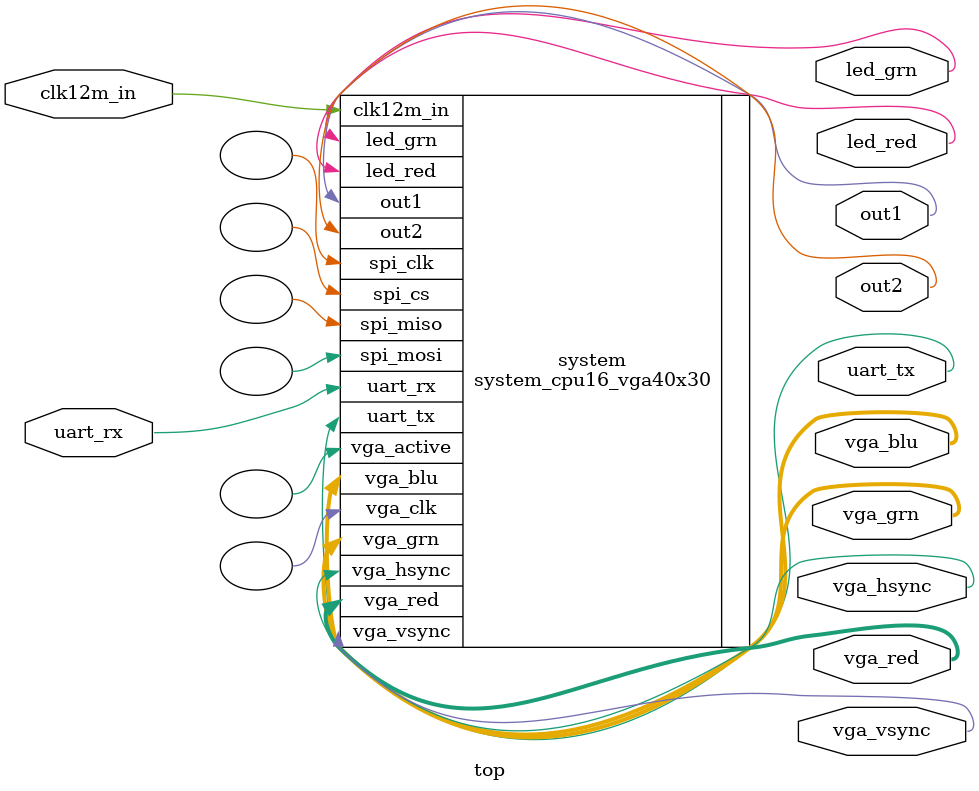
<source format=v>

`default_nettype none

module top(
	input clk12m_in,
	output [3:0]vga_red,
	output [3:0]vga_grn,
	output [3:0]vga_blu,
	output vga_hsync,
	output vga_vsync,
	input uart_rx,
	output uart_tx,
	output led_red,
	output led_grn,
	output out1,
	output out2
	);

system_cpu16_vga40x30 #(
	.BPP(4)
	) system (
	.clk12m_in(clk12m_in),
	.vga_red(vga_red),
	.vga_grn(vga_grn),
	.vga_blu(vga_blu),
	.vga_hsync(vga_hsync),
	.vga_vsync(vga_vsync),
	.vga_active(),
	.vga_clk(),
	.spi_mosi(),
	.spi_miso(),
	.spi_clk(),
	.spi_cs(),
	.uart_rx(uart_rx),
	.uart_tx(uart_tx),
	.led_red(led_red),
	.led_grn(led_grn),
	.out1(out1),
	.out2(out2)
	);

endmodule

</source>
